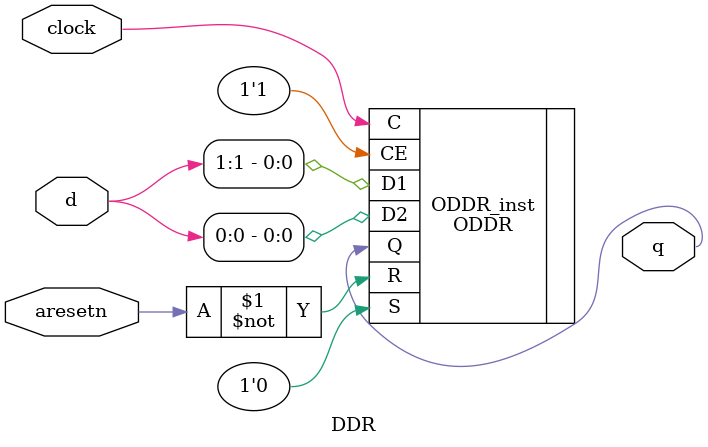
<source format=v>
module DDR
   (input clock,
    input aresetn,
    input [1:0] d,
    output q);
`ifndef VERILATOR
    ODDR #(
        .DDR_CLK_EDGE("SAME_EDGE"), // "OPPOSITE_EDGE" or "SAME_EDGE"
        .INIT(1'b0),    // Initial value of Q: 1'b0 or 1'b1
        .SRTYPE("ASYNC") // Set/Reset type: "SYNC" or "ASYNC"
    ) ODDR_inst (
        .Q(q),   // 1-bit DDR output
        .C(clock),   // 1-bit clock input
        .CE(1'b1), // 1-bit clock enable input
        .D1(d[1]), // 1-bit data input (positive edge)
        .D2(d[0]), // 1-bit data input (negative edge)
        .R(~aresetn),   // 1-bit reset
        .S(1'b0)    // 1-bit set
    );
`endif
endmodule

</source>
